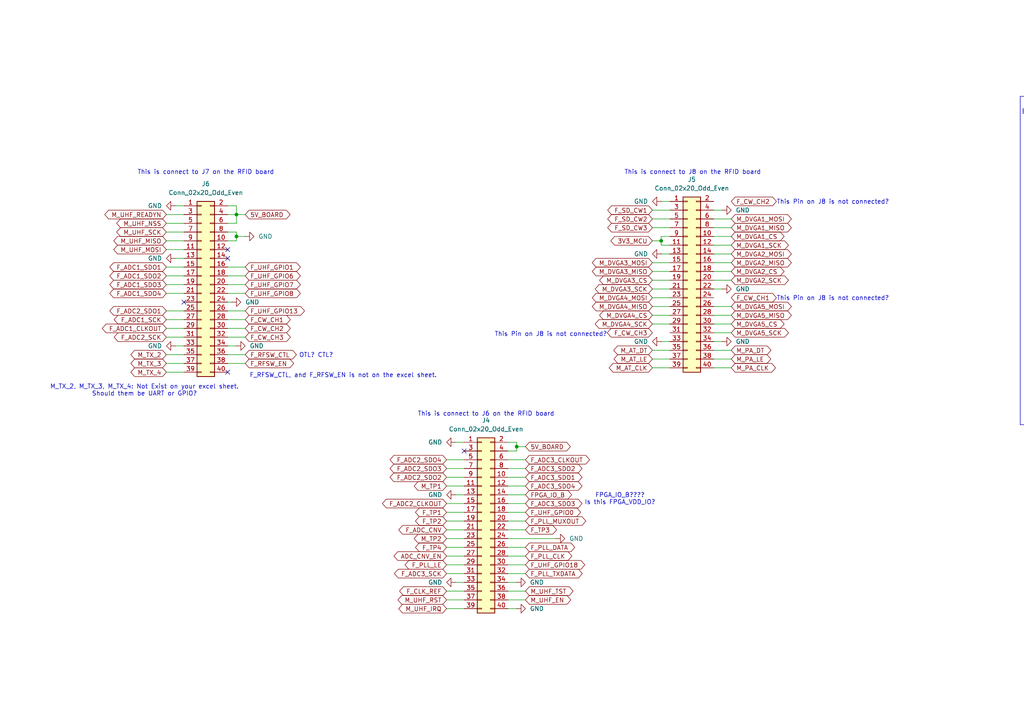
<source format=kicad_sch>
(kicad_sch (version 20231120) (generator "eeschema") (generator_version "8.0")
  (paper "A4")
  (lib_symbols
    (symbol "Connector_Generic:Conn_02x20_Odd_Even" (pin_names (offset 1.016) hide)
      (property "Reference" "J" (at 1.27 25.4 0))
      (property "Value" "Conn_02x20_Odd_Even" (at 1.27 -27.94 0))
      (symbol "Conn_02x20_Odd_Even_1_1"
        (rectangle (start -1.27 -25.273) (end 0 -25.527) (stroke (width 0.1524)))
        (rectangle (start -1.27 -22.733) (end 0 -22.987) (stroke (width 0.1524)))
        (rectangle (start -1.27 -20.193) (end 0 -20.447) (stroke (width 0.1524)))
        (rectangle (start -1.27 -17.653) (end 0 -17.907) (stroke (width 0.1524)))
        (rectangle (start -1.27 -15.113) (end 0 -15.367) (stroke (width 0.1524)))
        (rectangle (start -1.27 -12.573) (end 0 -12.827) (stroke (width 0.1524)))
        (rectangle (start -1.27 -10.033) (end 0 -10.287) (stroke (width 0.1524)))
        (rectangle (start -1.27 -7.493) (end 0 -7.747) (stroke (width 0.1524)))
        (rectangle (start -1.27 -4.953) (end 0 -5.207) (stroke (width 0.1524)))
        (rectangle (start -1.27 -2.413) (end 0 -2.667) (stroke (width 0.1524)))
        (rectangle (start -1.27 0.127) (end 0 -0.127) (stroke (width 0.1524)))
        (rectangle (start -1.27 2.667) (end 0 2.413) (stroke (width 0.1524)))
        (rectangle (start -1.27 5.207) (end 0 4.953) (stroke (width 0.1524)))
        (rectangle (start -1.27 7.747) (end 0 7.493) (stroke (width 0.1524)))
        (rectangle (start -1.27 10.287) (end 0 10.033) (stroke (width 0.1524)))
        (rectangle (start -1.27 12.827) (end 0 12.573) (stroke (width 0.1524)))
        (rectangle (start -1.27 15.367) (end 0 15.113) (stroke (width 0.1524)))
        (rectangle (start -1.27 17.907) (end 0 17.653) (stroke (width 0.1524)))
        (rectangle (start -1.27 20.447) (end 0 20.193) (stroke (width 0.1524)))
        (rectangle (start -1.27 22.987) (end 0 22.733) (stroke (width 0.1524)))
        (rectangle (start -1.27 24.13) (end 3.81 -26.67) (stroke (width 0.254)) (fill (type background)))
        (rectangle (start 3.81 -25.273) (end 2.54 -25.527) (stroke (width 0.1524)))
        (rectangle (start 3.81 -22.733) (end 2.54 -22.987) (stroke (width 0.1524)))
        (rectangle (start 3.81 -20.193) (end 2.54 -20.447) (stroke (width 0.1524)))
        (rectangle (start 3.81 -17.653) (end 2.54 -17.907) (stroke (width 0.1524)))
        (rectangle (start 3.81 -15.113) (end 2.54 -15.367) (stroke (width 0.1524)))
        (rectangle (start 3.81 -12.573) (end 2.54 -12.827) (stroke (width 0.1524)))
        (rectangle (start 3.81 -10.033) (end 2.54 -10.287) (stroke (width 0.1524)))
        (rectangle (start 3.81 -7.493) (end 2.54 -7.747) (stroke (width 0.1524)))
        (rectangle (start 3.81 -4.953) (end 2.54 -5.207) (stroke (width 0.1524)))
        (rectangle (start 3.81 -2.413) (end 2.54 -2.667) (stroke (width 0.1524)))
        (rectangle (start 3.81 0.127) (end 2.54 -0.127) (stroke (width 0.1524)))
        (rectangle (start 3.81 2.667) (end 2.54 2.413) (stroke (width 0.1524)))
        (rectangle (start 3.81 5.207) (end 2.54 4.953) (stroke (width 0.1524)))
        (rectangle (start 3.81 7.747) (end 2.54 7.493) (stroke (width 0.1524)))
        (rectangle (start 3.81 10.287) (end 2.54 10.033) (stroke (width 0.1524)))
        (rectangle (start 3.81 12.827) (end 2.54 12.573) (stroke (width 0.1524)))
        (rectangle (start 3.81 15.367) (end 2.54 15.113) (stroke (width 0.1524)))
        (rectangle (start 3.81 17.907) (end 2.54 17.653) (stroke (width 0.1524)))
        (rectangle (start 3.81 20.447) (end 2.54 20.193) (stroke (width 0.1524)))
        (rectangle (start 3.81 22.987) (end 2.54 22.733) (stroke (width 0.1524)))
        (pin passive line (at -5.08 22.86 0) (length 3.81) (name "Pin_1") (number "1"))
        (pin passive line (at 7.62 12.7 180) (length 3.81) (name "Pin_10") (number "10"))
        (pin passive line (at -5.08 10.16 0) (length 3.81) (name "Pin_11") (number "11"))
        (pin passive line (at 7.62 10.16 180) (length 3.81) (name "Pin_12") (number "12"))
        (pin passive line (at -5.08 7.62 0) (length 3.81) (name "Pin_13") (number "13"))
        (pin passive line (at 7.62 7.62 180) (length 3.81) (name "Pin_14") (number "14"))
        (pin passive line (at -5.08 5.08 0) (length 3.81) (name "Pin_15") (number "15"))
        (pin passive line (at 7.62 5.08 180) (length 3.81) (name "Pin_16") (number "16"))
        (pin passive line (at -5.08 2.54 0) (length 3.81) (name "Pin_17") (number "17"))
        (pin passive line (at 7.62 2.54 180) (length 3.81) (name "Pin_18") (number "18"))
        (pin passive line (at -5.08 0 0) (length 3.81) (name "Pin_19") (number "19"))
        (pin passive line (at 7.62 22.86 180) (length 3.81) (name "Pin_2") (number "2"))
        (pin passive line (at 7.62 0 180) (length 3.81) (name "Pin_20") (number "20"))
        (pin passive line (at -5.08 -2.54 0) (length 3.81) (name "Pin_21") (number "21"))
        (pin passive line (at 7.62 -2.54 180) (length 3.81) (name "Pin_22") (number "22"))
        (pin passive line (at -5.08 -5.08 0) (length 3.81) (name "Pin_23") (number "23"))
        (pin passive line (at 7.62 -5.08 180) (length 3.81) (name "Pin_24") (number "24"))
        (pin passive line (at -5.08 -7.62 0) (length 3.81) (name "Pin_25") (number "25"))
        (pin passive line (at 7.62 -7.62 180) (length 3.81) (name "Pin_26") (number "26"))
        (pin passive line (at -5.08 -10.16 0) (length 3.81) (name "Pin_27") (number "27"))
        (pin passive line (at 7.62 -10.16 180) (length 3.81) (name "Pin_28") (number "28"))
        (pin passive line (at -5.08 -12.7 0) (length 3.81) (name "Pin_29") (number "29"))
        (pin passive line (at -5.08 20.32 0) (length 3.81) (name "Pin_3") (number "3"))
        (pin passive line (at 7.62 -12.7 180) (length 3.81) (name "Pin_30") (number "30"))
        (pin passive line (at -5.08 -15.24 0) (length 3.81) (name "Pin_31") (number "31"))
        (pin passive line (at 7.62 -15.24 180) (length 3.81) (name "Pin_32") (number "32"))
        (pin passive line (at -5.08 -17.78 0) (length 3.81) (name "Pin_33") (number "33"))
        (pin passive line (at 7.62 -17.78 180) (length 3.81) (name "Pin_34") (number "34"))
        (pin passive line (at -5.08 -20.32 0) (length 3.81) (name "Pin_35") (number "35"))
        (pin passive line (at 7.62 -20.32 180) (length 3.81) (name "Pin_36") (number "36"))
        (pin passive line (at -5.08 -22.86 0) (length 3.81) (name "Pin_37") (number "37"))
        (pin passive line (at 7.62 -22.86 180) (length 3.81) (name "Pin_38") (number "38"))
        (pin passive line (at -5.08 -25.4 0) (length 3.81) (name "Pin_39") (number "39"))
        (pin passive line (at 7.62 20.32 180) (length 3.81) (name "Pin_4") (number "4"))
        (pin passive line (at 7.62 -25.4 180) (length 3.81) (name "Pin_40") (number "40"))
        (pin passive line (at -5.08 17.78 0) (length 3.81) (name "Pin_5") (number "5"))
        (pin passive line (at 7.62 17.78 180) (length 3.81) (name "Pin_6") (number "6"))
        (pin passive line (at -5.08 15.24 0) (length 3.81) (name "Pin_7") (number "7"))
        (pin passive line (at 7.62 15.24 180) (length 3.81) (name "Pin_8") (number "8"))
        (pin passive line (at -5.08 12.7 0) (length 3.81) (name "Pin_9") (number "9"))
      )
    )
    (symbol "power:GND" (power) (pin_numbers hide) (pin_names (offset 0) hide)
      (property "Value" "GND" (at 0 -3.81 0))
      (symbol "GND_0_1"
        (polyline (pts (xy 0 0) (xy 0 -1.27) (xy 1.27 -1.27) (xy 0 -2.54) (xy -1.27 -1.27) (xy 0 -1.27)))
      )
      (symbol "GND_1_1"
        (pin power_in line (at 0 0 270) (length 0) (name "~") (number "1"))
      )
    )
  )
  (junction (at 68.58 68.58))
  (junction (at 68.58 62.23))
  (junction (at 191.77 69.85))
  (junction (at 149.86 129.54))
  (no_connect (at 53.34 87.63))
  (no_connect (at 134.62 130.81))
  (no_connect (at 66.04 74.93))
  (no_connect (at 66.04 72.39))
  (no_connect (at 66.04 107.95))
  (wire (pts (xy 129.54 140.97) (xy 134.62 140.97)))
  (wire (pts (xy 48.26 102.87) (xy 53.34 102.87)))
  (wire (pts (xy 207.01 104.14) (xy 212.09 104.14)))
  (wire (pts (xy 149.86 129.54) (xy 149.86 130.81)))
  (wire (pts (xy 132.08 143.51) (xy 134.62 143.51)))
  (wire (pts (xy 207.01 78.74) (xy 212.09 78.74)))
  (wire (pts (xy 147.32 128.27) (xy 149.86 128.27)))
  (wire (pts (xy 66.04 97.79) (xy 71.12 97.79)))
  (wire (pts (xy 147.32 143.51) (xy 152.4 143.51)))
  (wire (pts (xy 129.54 158.75) (xy 134.62 158.75)))
  (wire (pts (xy 189.23 86.36) (xy 194.31 86.36)))
  (wire (pts (xy 66.04 85.09) (xy 71.12 85.09)))
  (wire (pts (xy 129.54 173.99) (xy 134.62 173.99)))
  (wire (pts (xy 48.26 95.25) (xy 53.34 95.25)))
  (wire (pts (xy 132.08 168.91) (xy 134.62 168.91)))
  (wire (pts (xy 147.32 146.05) (xy 152.4 146.05)))
  (wire (pts (xy 149.86 129.54) (xy 152.4 129.54)))
  (wire (pts (xy 189.23 106.68) (xy 194.31 106.68)))
  (wire (pts (xy 189.23 63.5) (xy 194.31 63.5)))
  (wire (pts (xy 48.26 82.55) (xy 53.34 82.55)))
  (wire (pts (xy 48.26 80.01) (xy 53.34 80.01)))
  (wire (pts (xy 129.54 163.83) (xy 134.62 163.83)))
  (wire (pts (xy 48.26 64.77) (xy 53.34 64.77)))
  (wire (pts (xy 50.8 74.93) (xy 53.34 74.93)))
  (wire (pts (xy 68.58 68.58) (xy 68.58 69.85)))
  (wire (pts (xy 129.54 146.05) (xy 134.62 146.05)))
  (wire (pts (xy 129.54 161.29) (xy 134.62 161.29)))
  (wire (pts (xy 129.54 153.67) (xy 134.62 153.67)))
  (wire (pts (xy 48.26 69.85) (xy 53.34 69.85)))
  (wire (pts (xy 191.77 58.42) (xy 194.31 58.42)))
  (wire (pts (xy 149.86 129.54) (xy 149.86 128.27)))
  (wire (pts (xy 50.8 59.69) (xy 53.34 59.69)))
  (wire (pts (xy 48.26 92.71) (xy 53.34 92.71)))
  (wire (pts (xy 147.32 176.53) (xy 149.86 176.53)))
  (wire (pts (xy 66.04 102.87) (xy 71.12 102.87)))
  (wire (pts (xy 48.26 107.95) (xy 53.34 107.95)))
  (wire (pts (xy 129.54 176.53) (xy 134.62 176.53)))
  (wire (pts (xy 48.26 77.47) (xy 53.34 77.47)))
  (wire (pts (xy 66.04 80.01) (xy 71.12 80.01)))
  (wire (pts (xy 207.01 63.5) (xy 212.09 63.5)))
  (wire (pts (xy 66.04 64.77) (xy 68.58 64.77)))
  (wire (pts (xy 207.01 76.2) (xy 212.09 76.2)))
  (wire (pts (xy 48.26 85.09) (xy 53.34 85.09)))
  (wire (pts (xy 66.04 67.31) (xy 68.58 67.31)))
  (wire (pts (xy 189.23 88.9) (xy 194.31 88.9)))
  (wire (pts (xy 191.77 99.06) (xy 194.31 99.06)))
  (wire (pts (xy 207.01 101.6) (xy 212.09 101.6)))
  (wire (pts (xy 147.32 158.75) (xy 152.4 158.75)))
  (wire (pts (xy 66.04 105.41) (xy 71.12 105.41)))
  (wire (pts (xy 189.23 104.14) (xy 194.31 104.14)))
  (wire (pts (xy 147.32 140.97) (xy 152.4 140.97)))
  (wire (pts (xy 207.01 88.9) (xy 212.09 88.9)))
  (wire (pts (xy 66.04 62.23) (xy 68.58 62.23)))
  (wire (pts (xy 48.26 72.39) (xy 53.34 72.39)))
  (wire (pts (xy 189.23 76.2) (xy 194.31 76.2)))
  (wire (pts (xy 191.77 71.12) (xy 194.31 71.12)))
  (wire (pts (xy 129.54 135.89) (xy 134.62 135.89)))
  (wire (pts (xy 129.54 171.45) (xy 134.62 171.45)))
  (wire (pts (xy 66.04 90.17) (xy 71.12 90.17)))
  (wire (pts (xy 68.58 67.31) (xy 68.58 68.58)))
  (wire (pts (xy 207.01 60.96) (xy 209.55 60.96)))
  (wire (pts (xy 189.23 101.6) (xy 194.31 101.6)))
  (wire (pts (xy 189.23 83.82) (xy 194.31 83.82)))
  (wire (pts (xy 207.01 73.66) (xy 212.09 73.66)))
  (wire (pts (xy 147.32 148.59) (xy 152.4 148.59)))
  (wire (pts (xy 147.32 151.13) (xy 152.4 151.13)))
  (wire (pts (xy 66.04 92.71) (xy 71.12 92.71)))
  (wire (pts (xy 194.31 68.58) (xy 191.77 68.58)))
  (wire (pts (xy 68.58 62.23) (xy 68.58 64.77)))
  (wire (pts (xy 129.54 148.59) (xy 134.62 148.59)))
  (wire (pts (xy 66.04 59.69) (xy 68.58 59.69)))
  (wire (pts (xy 207.01 99.06) (xy 209.55 99.06)))
  (wire (pts (xy 66.04 82.55) (xy 71.12 82.55)))
  (wire (pts (xy 129.54 156.21) (xy 134.62 156.21)))
  (wire (pts (xy 129.54 151.13) (xy 134.62 151.13)))
  (wire (pts (xy 189.23 66.04) (xy 194.31 66.04)))
  (wire (pts (xy 147.32 133.35) (xy 152.4 133.35)))
  (wire (pts (xy 189.23 78.74) (xy 194.31 78.74)))
  (wire (pts (xy 207.01 68.58) (xy 212.09 68.58)))
  (wire (pts (xy 147.32 168.91) (xy 149.86 168.91)))
  (wire (pts (xy 189.23 81.28) (xy 194.31 81.28)))
  (wire (pts (xy 189.23 91.44) (xy 194.31 91.44)))
  (wire (pts (xy 207.01 93.98) (xy 212.09 93.98)))
  (wire (pts (xy 207.01 83.82) (xy 209.55 83.82)))
  (wire (pts (xy 48.26 105.41) (xy 53.34 105.41)))
  (wire (pts (xy 207.01 91.44) (xy 212.09 91.44)))
  (wire (pts (xy 147.32 130.81) (xy 149.86 130.81)))
  (wire (pts (xy 48.26 97.79) (xy 53.34 97.79)))
  (wire (pts (xy 66.04 77.47) (xy 71.12 77.47)))
  (wire (pts (xy 191.77 68.58) (xy 191.77 69.85)))
  (wire (pts (xy 66.04 100.33) (xy 68.58 100.33)))
  (wire (pts (xy 147.32 156.21) (xy 161.29 156.21)))
  (wire (pts (xy 50.8 100.33) (xy 53.34 100.33)))
  (wire (pts (xy 207.01 71.12) (xy 212.09 71.12)))
  (wire (pts (xy 207.01 106.68) (xy 212.09 106.68)))
  (wire (pts (xy 129.54 133.35) (xy 134.62 133.35)))
  (wire (pts (xy 147.32 161.29) (xy 152.4 161.29)))
  (wire (pts (xy 129.54 166.37) (xy 134.62 166.37)))
  (wire (pts (xy 129.54 138.43) (xy 134.62 138.43)))
  (wire (pts (xy 147.32 163.83) (xy 152.4 163.83)))
  (wire (pts (xy 132.08 128.27) (xy 134.62 128.27)))
  (wire (pts (xy 68.58 62.23) (xy 68.58 59.69)))
  (wire (pts (xy 189.23 69.85) (xy 191.77 69.85)))
  (wire (pts (xy 189.23 93.98) (xy 194.31 93.98)))
  (wire (pts (xy 191.77 73.66) (xy 194.31 73.66)))
  (wire (pts (xy 68.58 68.58) (xy 71.12 68.58)))
  (wire (pts (xy 66.04 95.25) (xy 71.12 95.25)))
  (wire (pts (xy 207.01 81.28) (xy 212.09 81.28)))
  (wire (pts (xy 147.32 173.99) (xy 152.4 173.99)))
  (wire (pts (xy 147.32 153.67) (xy 152.4 153.67)))
  (wire (pts (xy 147.32 171.45) (xy 152.4 171.45)))
  (wire (pts (xy 207.01 96.52) (xy 212.09 96.52)))
  (wire (pts (xy 68.58 62.23) (xy 71.12 62.23)))
  (wire (pts (xy 66.04 87.63) (xy 67.31 87.63)))
  (wire (pts (xy 48.26 62.23) (xy 53.34 62.23)))
  (wire (pts (xy 48.26 90.17) (xy 53.34 90.17)))
  (wire (pts (xy 191.77 69.85) (xy 191.77 71.12)))
  (wire (pts (xy 48.26 67.31) (xy 53.34 67.31)))
  (wire (pts (xy 147.32 135.89) (xy 152.4 135.89)))
  (wire (pts (xy 207.01 66.04) (xy 212.09 66.04)))
  (wire (pts (xy 66.04 69.85) (xy 68.58 69.85)))
  (wire (pts (xy 189.23 60.96) (xy 194.31 60.96)))
  (wire (pts (xy 147.32 166.37) (xy 152.4 166.37)))
  (wire (pts (xy 147.32 138.43) (xy 152.4 138.43)))
  (rectangle (start 295.91 27.94) (end 381 123.19))
  (text "This Pin on J8 is not connected?" (at 241.554 86.614 0) (effects (font (size 1.27 1.27))))
  (text "This Pin on J8 is not connected?" (at 159.766 97.028 0) (effects (font (size 1.27 1.27))))
  (text "OTL? CTL?" (at 91.694 103.124 0) (effects (font (size 1.27 1.27))))
  (text "SPI4\nPE11\nPE12\nPE13\nPE14" (at 310.388 87.884 0) (effects (font (size 1.27 1.27))))
  (text "This is connect to J6 on the RFID board" (at 140.97 120.142 0) (effects (font (size 1.27 1.27))))
  (text "SPI6\nPA4 NSS\nPA5 SCK\nPA6 MISO\nPA7 MOSI" (at 306.07 114.046 0) (effects (font (size 1.27 1.27))))
  (text "This is connect to J7 on the RFID board" (at 59.69 50.038 0) (effects (font (size 1.27 1.27))))
  (text "SPI1\nPB4\nPB5\nPG10\nPG11" (at 309.372 44.45 0) (effects (font (size 1.27 1.27))))
  (text "M_TX_2, M_TX_3, M_TX_4: Not Exist on your excel sheet.\nShould them be UART or GPIO?" (at 41.91 113.284 0) (effects (font (size 1.27 1.27))))
  (text "SPI5\nPJ10\nPJ11\nPK0\nPK1" (at 309.88 102.87 0) (effects (font (size 1.27 1.27))))
  (text "SPI3\nPA15\nPB3\nPC11\nPD6" (at 309.118 73.914 0) (effects (font (size 1.27 1.27))))
  (text "This Pin on J8 is not connected?" (at 241.554 58.674 0) (effects (font (size 1.27 1.27))))
  (text "SPI2\nPI0\nPI1\nPI2\nPI3" (at 310.134 57.404 0) (effects (font (size 1.27 1.27))))
  (text "Below are just notes of which group of pins are connected to which hardware SPI." (at 337.058 32.512 0) (effects (font (size 1.27 1.27))))
  (text "This is connect to J8 on the RFID board" (at 200.914 50.038 0) (effects (font (size 1.27 1.27))))
  (text "FPGA_IO_B????\nIs this FPGA_VDD_IO?" (at 179.832 144.78 0) (effects (font (size 1.27 1.27))))
  (text "F_RFSW_CTL, and F_RFSW_EN is not on the excel sheet." (at 99.568 108.966 0) (effects (font (size 1.27 1.27))))
  (global_label "F_ADC1_CLKOUT" (shape bidirectional) (at 48.26 95.25 180) (property "Intersheetrefs" "${INTERSHEET_REFS}" (effects (hide yes))))
  (global_label "M_DVGA1_MOSI" (shape bidirectional) (at 212.09 63.5 0) (property "Intersheetrefs" "${INTERSHEET_REFS}" (effects (hide yes))))
  (global_label "M_DVGA4_CS" (shape bidirectional) (at 314.96 85.09 0) (property "Intersheetrefs" "${INTERSHEET_REFS}" (effects (hide yes))))
  (global_label "F_ADC3_SCK" (shape bidirectional) (at 129.54 166.37 180) (property "Intersheetrefs" "${INTERSHEET_REFS}" (effects (hide yes))))
  (global_label "F_ADC_CNV" (shape bidirectional) (at 129.54 153.67 180) (property "Intersheetrefs" "${INTERSHEET_REFS}" (effects (hide yes))))
  (global_label "M_UHF_MOSI" (shape bidirectional) (at 314.96 118.11 0) (property "Intersheetrefs" "${INTERSHEET_REFS}" (effects (hide yes))))
  (global_label "M_DVGA3_MOSI" (shape bidirectional) (at 314.96 78.74 0) (property "Intersheetrefs" "${INTERSHEET_REFS}" (effects (hide yes))))
  (global_label "F_PLL_TXDATA" (shape bidirectional) (at 152.4 166.37 0) (property "Intersheetrefs" "${INTERSHEET_REFS}" (effects (hide yes))))
  (global_label "M_UHF_SCK" (shape bidirectional) (at 314.96 113.03 0) (property "Intersheetrefs" "${INTERSHEET_REFS}" (effects (hide yes))))
  (global_label "F_UHF_GPIO0" (shape bidirectional) (at 152.4 148.59 0) (property "Intersheetrefs" "${INTERSHEET_REFS}" (effects (hide yes))))
  (global_label "M_DVGA5_MISO" (shape bidirectional) (at 212.09 91.44 0) (property "Intersheetrefs" "${INTERSHEET_REFS}" (effects (hide yes))))
  (global_label "F_ADC3_SDO3" (shape bidirectional) (at 152.4 146.05 0) (property "Intersheetrefs" "${INTERSHEET_REFS}" (effects (hide yes))))
  (global_label "M_UHF_NSS" (shape bidirectional) (at 314.96 110.49 0) (property "Intersheetrefs" "${INTERSHEET_REFS}" (effects (hide yes))))
  (global_label "F_ADC2_SCK" (shape bidirectional) (at 48.26 97.79 180) (property "Intersheetrefs" "${INTERSHEET_REFS}" (effects (hide yes))))
  (global_label "F_RFSW_CTL" (shape bidirectional) (at 71.12 102.87 0) (property "Intersheetrefs" "${INTERSHEET_REFS}" (effects (hide yes))))
  (global_label "M_TP2" (shape bidirectional) (at 129.54 156.21 180) (property "Intersheetrefs" "${INTERSHEET_REFS}" (effects (hide yes))))
  (global_label "M_PA_CLK" (shape bidirectional) (at 212.09 106.68 0) (property "Intersheetrefs" "${INTERSHEET_REFS}" (effects (hide yes))))
  (global_label "M_DVGA1_MISO" (shape bidirectional) (at 331.47 45.72 180) (property "Intersheetrefs" "${INTERSHEET_REFS}" (effects (hide yes))))
  (global_label "M_DVGA4_CS" (shape bidirectional) (at 189.23 91.44 180) (property "Intersheetrefs" "${INTERSHEET_REFS}" (effects (hide yes))))
  (global_label "M_DVGA2_MISO" (shape bidirectional) (at 314.96 59.69 0) (property "Intersheetrefs" "${INTERSHEET_REFS}" (effects (hide yes))))
  (global_label "3V3_MCU" (shape bidirectional) (at 189.23 69.85 180) (property "Intersheetrefs" "${INTERSHEET_REFS}" (effects (hide yes))))
  (global_label "M_DVGA1_SCK" (shape bidirectional) (at 331.47 43.18 180) (property "Intersheetrefs" "${INTERSHEET_REFS}" (effects (hide yes))))
  (global_label "M_DVGA5_SCK" (shape bidirectional) (at 212.09 96.52 0) (property "Intersheetrefs" "${INTERSHEET_REFS}" (effects (hide yes))))
  (global_label "M_DVGA4_MOSI" (shape bidirectional) (at 314.96 92.71 0) (property "Intersheetrefs" "${INTERSHEET_REFS}" (effects (hide yes))))
  (global_label "M_DVGA2_CS" (shape bidirectional) (at 212.09 78.74 0) (property "Intersheetrefs" "${INTERSHEET_REFS}" (effects (hide yes))))
  (global_label "M_UHF_MOSI" (shape bidirectional) (at 48.26 72.39 180) (property "Intersheetrefs" "${INTERSHEET_REFS}" (effects (hide yes))))
  (global_label "M_DVGA2_MOSI" (shape bidirectional) (at 212.09 73.66 0) (property "Intersheetrefs" "${INTERSHEET_REFS}" (effects (hide yes))))
  (global_label "M_TX_2" (shape bidirectional) (at 48.26 102.87 180) (property "Intersheetrefs" "${INTERSHEET_REFS}" (effects (hide yes))))
  (global_label "M_DVGA3_CS" (shape bidirectional) (at 314.96 71.12 0) (property "Intersheetrefs" "${INTERSHEET_REFS}" (effects (hide yes))))
  (global_label "F_ADC3_SDO2" (shape bidirectional) (at 152.4 135.89 0) (property "Intersheetrefs" "${INTERSHEET_REFS}" (effects (hide yes))))
  (global_label "F_ADC2_SDO1" (shape bidirectional) (at 48.26 90.17 180) (property "Intersheetrefs" "${INTERSHEET_REFS}" (effects (hide yes))))
  (global_label "M_DVGA1_CS" (shape bidirectional) (at 212.09 68.58 0) (property "Intersheetrefs" "${INTERSHEET_REFS}" (effects (hide yes))))
  (global_label "F_TP2" (shape bidirectional) (at 129.54 151.13 180) (property "Intersheetrefs" "${INTERSHEET_REFS}" (effects (hide yes))))
  (global_label "M_UHF_NSS" (shape bidirectional) (at 48.26 64.77 180) (property "Intersheetrefs" "${INTERSHEET_REFS}" (effects (hide yes))))
  (global_label "F_CW_CH3" (shape bidirectional) (at 71.12 97.79 0) (property "Intersheetrefs" "${INTERSHEET_REFS}" (effects (hide yes))))
  (global_label "5V_BOARD" (shape bidirectional) (at 71.12 62.23 0) (property "Intersheetrefs" "${INTERSHEET_REFS}" (effects (hide yes))))
  (global_label "F_TP3" (shape bidirectional) (at 152.4 153.67 0) (property "Intersheetrefs" "${INTERSHEET_REFS}" (effects (hide yes))))
  (global_label "F_CW_CH1" (shape bidirectional) (at 71.12 92.71 0) (property "Intersheetrefs" "${INTERSHEET_REFS}" (effects (hide yes))))
  (global_label "F_ADC3_CLKOUT" (shape bidirectional) (at 152.4 133.35 0) (property "Intersheetrefs" "${INTERSHEET_REFS}" (effects (hide yes))))
  (global_label "M_AT_DT" (shape bidirectional) (at 189.23 101.6 180) (property "Intersheetrefs" "${INTERSHEET_REFS}" (effects (hide yes))))
  (global_label "F_UHF_GPIO7" (shape bidirectional) (at 71.12 82.55 0) (property "Intersheetrefs" "${INTERSHEET_REFS}" (effects (hide yes))))
  (global_label "FPGA_IO_B" (shape bidirectional) (at 152.4 143.51 0) (property "Intersheetrefs" "${INTERSHEET_REFS}" (effects (hide yes))))
  (global_label "F_SD_CW2" (shape bidirectional) (at 189.23 63.5 180) (property "Intersheetrefs" "${INTERSHEET_REFS}" (effects (hide yes))))
  (global_label "M_DVGA4_MISO" (shape bidirectional) (at 189.23 88.9 180) (property "Intersheetrefs" "${INTERSHEET_REFS}" (effects (hide yes))))
  (global_label "M_DVGA2_MISO" (shape bidirectional) (at 212.09 76.2 0) (property "Intersheetrefs" "${INTERSHEET_REFS}" (effects (hide yes))))
  (global_label "F_SD_CW3" (shape bidirectional) (at 189.23 66.04 180) (property "Intersheetrefs" "${INTERSHEET_REFS}" (effects (hide yes))))
  (global_label "M_TP1" (shape bidirectional) (at 129.54 140.97 180) (property "Intersheetrefs" "${INTERSHEET_REFS}" (effects (hide yes))))
  (global_label "M_UHF_SCK" (shape bidirectional) (at 48.26 67.31 180) (property "Intersheetrefs" "${INTERSHEET_REFS}" (effects (hide yes))))
  (global_label "F_TP1" (shape bidirectional) (at 129.54 148.59 180) (property "Intersheetrefs" "${INTERSHEET_REFS}" (effects (hide yes))))
  (global_label "M_DVGA3_MOSI" (shape bidirectional) (at 189.23 76.2 180) (property "Intersheetrefs" "${INTERSHEET_REFS}" (effects (hide yes))))
  (global_label "M_DVGA1_SCK" (shape bidirectional) (at 212.09 71.12 0) (property "Intersheetrefs" "${INTERSHEET_REFS}" (effects (hide yes))))
  (global_label "F_ADC3_SDO1" (shape bidirectional) (at 152.4 138.43 0) (property "Intersheetrefs" "${INTERSHEET_REFS}" (effects (hide yes))))
  (global_label "M_DVGA2_CS" (shape bidirectional) (at 314.96 54.61 0) (property "Intersheetrefs" "${INTERSHEET_REFS}" (effects (hide yes))))
  (global_label "F_UHF_GPIO1" (shape bidirectional) (at 71.12 77.47 0) (property "Intersheetrefs" "${INTERSHEET_REFS}" (effects (hide yes))))
  (global_label "F_CW_CH3" (shape bidirectional) (at 189.23 96.52 180) (property "Intersheetrefs" "${INTERSHEET_REFS}" (effects (hide yes))))
  (global_label "F_ADC1_SDO4" (shape bidirectional) (at 48.26 85.09 180) (property "Intersheetrefs" "${INTERSHEET_REFS}" (effects (hide yes))))
  (global_label "M_DVGA5_MISO" (shape bidirectional) (at 314.96 101.6 0) (property "Intersheetrefs" "${INTERSHEET_REFS}" (effects (hide yes))))
  (global_label "ADC_CNV_EN" (shape bidirectional) (at 129.54 161.29 180) (property "Intersheetrefs" "${INTERSHEET_REFS}" (effects (hide yes))))
  (global_label "M_UHF_MISO" (shape bidirectional) (at 314.96 115.57 0) (property "Intersheetrefs" "${INTERSHEET_REFS}" (effects (hide yes))))
  (global_label "F_CW_CH1" (shape bidirectional) (at 212.09 86.36 0) (property "Intersheetrefs" "${INTERSHEET_REFS}" (effects (hide yes))))
  (global_label "M_AT_LE" (shape bidirectional) (at 189.23 104.14 180) (property "Intersheetrefs" "${INTERSHEET_REFS}" (effects (hide yes))))
  (global_label "M_PA_DT" (shape bidirectional) (at 212.09 101.6 0) (property "Intersheetrefs" "${INTERSHEET_REFS}" (effects (hide yes))))
  (global_label "F_UHF_GPIO8" (shape bidirectional) (at 71.12 85.09 0) (property "Intersheetrefs" "${INTERSHEET_REFS}" (effects (hide yes))))
  (global_label "M_DVGA3_SCK" (shape bidirectional) (at 314.96 73.66 0) (property "Intersheetrefs" "${INTERSHEET_REFS}" (effects (hide yes))))
  (global_label "M_DVGA5_MOSI" (shape bidirectional) (at 314.96 99.06 0) (property "Intersheetrefs" "${INTERSHEET_REFS}" (effects (hide yes))))
  (global_label "M_DVGA3_CS" (shape bidirectional) (at 189.23 81.28 180) (property "Intersheetrefs" "${INTERSHEET_REFS}" (effects (hide yes))))
  (global_label "M_DVGA2_SCK" (shape bidirectional) (at 212.09 81.28 0) (property "Intersheetrefs" "${INTERSHEET_REFS}" (effects (hide yes))))
  (global_label "M_DVGA1_MOSI" (shape bidirectional) (at 331.47 48.26 180) (property "Intersheetrefs" "${INTERSHEET_REFS}" (effects (hide yes))))
  (global_label "F_ADC1_SDO2" (shape bidirectional) (at 48.26 80.01 180) (property "Intersheetrefs" "${INTERSHEET_REFS}" (effects (hide yes))))
  (global_label "M_DVGA4_SCK" (shape bidirectional) (at 314.96 87.63 0) (property "Intersheetrefs" "${INTERSHEET_REFS}" (effects (hide yes))))
  (global_label "F_PLL_LE" (shape bidirectional) (at 129.54 163.83 180) (property "Intersheetrefs" "${INTERSHEET_REFS}" (effects (hide yes))))
  (global_label "F_CLK_REF" (shape bidirectional) (at 129.54 171.45 180) (property "Intersheetrefs" "${INTERSHEET_REFS}" (effects (hide yes))))
  (global_label "F_TP4" (shape bidirectional) (at 129.54 158.75 180) (property "Intersheetrefs" "${INTERSHEET_REFS}" (effects (hide yes))))
  (global_label "F_CW_CH2" (shape bidirectional) (at 212.09 58.42 0) (property "Intersheetrefs" "${INTERSHEET_REFS}" (effects (hide yes))))
  (global_label "M_UHF_IRQ" (shape bidirectional) (at 129.54 176.53 180) (property "Intersheetrefs" "${INTERSHEET_REFS}" (effects (hide yes))))
  (global_label "F_ADC3_SDO4" (shape bidirectional) (at 152.4 140.97 0) (property "Intersheetrefs" "${INTERSHEET_REFS}" (effects (hide yes))))
  (global_label "M_DVGA3_MISO" (shape bidirectional) (at 314.96 76.2 0) (property "Intersheetrefs" "${INTERSHEET_REFS}" (effects (hide yes))))
  (global_label "F_ADC2_SDO3" (shape bidirectional) (at 129.54 135.89 180) (property "Intersheetrefs" "${INTERSHEET_REFS}" (effects (hide yes))))
  (global_label "F_PLL_MUXOUT" (shape bidirectional) (at 152.4 151.13 0) (property "Intersheetrefs" "${INTERSHEET_REFS}" (effects (hide yes))))
  (global_label "F_RFSW_EN" (shape bidirectional) (at 71.12 105.41 0) (property "Intersheetrefs" "${INTERSHEET_REFS}" (effects (hide yes))))
  (global_label "M_DVGA2_SCK" (shape bidirectional) (at 314.96 57.15 0) (property "Intersheetrefs" "${INTERSHEET_REFS}" (effects (hide yes))))
  (global_label "M_AT_CLK" (shape bidirectional) (at 189.23 106.68 180) (property "Intersheetrefs" "${INTERSHEET_REFS}" (effects (hide yes))))
  (global_label "M_UHF_MISO" (shape bidirectional) (at 48.26 69.85 180) (property "Intersheetrefs" "${INTERSHEET_REFS}" (effects (hide yes))))
  (global_label "F_ADC2_SDO4" (shape bidirectional) (at 129.54 133.35 180) (property "Intersheetrefs" "${INTERSHEET_REFS}" (effects (hide yes))))
  (global_label "5V_BOARD" (shape bidirectional) (at 152.4 129.54 0) (property "Intersheetrefs" "${INTERSHEET_REFS}" (effects (hide yes))))
  (global_label "F_SD_CW1" (shape bidirectional) (at 189.23 60.96 180) (property "Intersheetrefs" "${INTERSHEET_REFS}" (effects (hide yes))))
  (global_label "M_DVGA5_CS" (shape bidirectional) (at 314.96 106.68 0) (property "Intersheetrefs" "${INTERSHEET_REFS}" (effects (hide yes))))
  (global_label "F_UHF_GPIO6" (shape bidirectional) (at 71.12 80.01 0) (property "Intersheetrefs" "${INTERSHEET_REFS}" (effects (hide yes))))
  (global_label "M_DVGA4_MOSI" (shape bidirectional) (at 189.23 86.36 180) (property "Intersheetrefs" "${INTERSHEET_REFS}" (effects (hide yes))))
  (global_label "M_DVGA5_SCK" (shape bidirectional) (at 314.96 104.14 0) (property "Intersheetrefs" "${INTERSHEET_REFS}" (effects (hide yes))))
  (global_label "F_ADC1_SCK" (shape bidirectional) (at 48.26 92.71 180) (property "Intersheetrefs" "${INTERSHEET_REFS}" (effects (hide yes))))
  (global_label "M_TX_4" (shape bidirectional) (at 48.26 107.95 180) (property "Intersheetrefs" "${INTERSHEET_REFS}" (effects (hide yes))))
  (global_label "F_ADC1_SDO3" (shape bidirectional) (at 48.26 82.55 180) (property "Intersheetrefs" "${INTERSHEET_REFS}" (effects (hide yes))))
  (global_label "F_CW_CH2" (shape bidirectional) (at 71.12 95.25 0) (property "Intersheetrefs" "${INTERSHEET_REFS}" (effects (hide yes))))
  (global_label "M_DVGA2_MOSI" (shape bidirectional) (at 314.96 62.23 0) (property "Intersheetrefs" "${INTERSHEET_REFS}" (effects (hide yes))))
  (global_label "M_DVGA3_SCK" (shape bidirectional) (at 189.23 83.82 180) (property "Intersheetrefs" "${INTERSHEET_REFS}" (effects (hide yes))))
  (global_label "M_PA_LE" (shape bidirectional) (at 212.09 104.14 0) (property "Intersheetrefs" "${INTERSHEET_REFS}" (effects (hide yes))))
  (global_label "M_UHF_READYN" (shape bidirectional) (at 48.26 62.23 180) (property "Intersheetrefs" "${INTERSHEET_REFS}" (effects (hide yes))))
  (global_label "F_PLL_DATA" (shape bidirectional) (at 152.4 158.75 0) (property "Intersheetrefs" "${INTERSHEET_REFS}" (effects (hide yes))))
  (global_label "F_UHF_GPIO13" (shape bidirectional) (at 71.12 90.17 0) (property "Intersheetrefs" "${INTERSHEET_REFS}" (effects (hide yes))))
  (global_label "F_UHF_GPIO18" (shape bidirectional) (at 152.4 163.83 0) (property "Intersheetrefs" "${INTERSHEET_REFS}" (effects (hide yes))))
  (global_label "M_DVGA1_MISO" (shape bidirectional) (at 212.09 66.04 0) (property "Intersheetrefs" "${INTERSHEET_REFS}" (effects (hide yes))))
  (global_label "F_ADC1_SDO1" (shape bidirectional) (at 48.26 77.47 180) (property "Intersheetrefs" "${INTERSHEET_REFS}" (effects (hide yes))))
  (global_label "M_UHF_EN" (shape bidirectional) (at 152.4 173.99 0) (property "Intersheetrefs" "${INTERSHEET_REFS}" (effects (hide yes))))
  (global_label "F_ADC2_CLKOUT" (shape bidirectional) (at 129.54 146.05 180) (property "Intersheetrefs" "${INTERSHEET_REFS}" (effects (hide yes))))
  (global_label "M_DVGA5_CS" (shape bidirectional) (at 212.09 93.98 0) (property "Intersheetrefs" "${INTERSHEET_REFS}" (effects (hide yes))))
  (global_label "M_UHF_RST" (shape bidirectional) (at 129.54 173.99 180) (property "Intersheetrefs" "${INTERSHEET_REFS}" (effects (hide yes))))
  (global_label "M_DVGA4_SCK" (shape bidirectional) (at 189.23 93.98 180) (property "Intersheetrefs" "${INTERSHEET_REFS}" (effects (hide yes))))
  (global_label "M_DVGA1_CS" (shape bidirectional) (at 331.47 40.64 180) (property "Intersheetrefs" "${INTERSHEET_REFS}" (effects (hide yes))))
  (global_label "M_DVGA3_MISO" (shape bidirectional) (at 189.23 78.74 180) (property "Intersheetrefs" "${INTERSHEET_REFS}" (effects (hide yes))))
  (global_label "M_DVGA5_MOSI" (shape bidirectional) (at 212.09 88.9 0) (property "Intersheetrefs" "${INTERSHEET_REFS}" (effects (hide yes))))
  (global_label "F_ADC2_SDO2" (shape bidirectional) (at 129.54 138.43 180) (property "Intersheetrefs" "${INTERSHEET_REFS}" (effects (hide yes))))
  (global_label "F_PLL_CLK" (shape bidirectional) (at 152.4 161.29 0) (property "Intersheetrefs" "${INTERSHEET_REFS}" (effects (hide yes))))
  (global_label "M_TX_3" (shape bidirectional) (at 48.26 105.41 180) (property "Intersheetrefs" "${INTERSHEET_REFS}" (effects (hide yes))))
  (global_label "M_DVGA4_MISO" (shape bidirectional) (at 314.96 90.17 0) (property "Intersheetrefs" "${INTERSHEET_REFS}" (effects (hide yes))))
  (global_label "M_UHF_TST" (shape bidirectional) (at 152.4 171.45 0) (property "Intersheetrefs" "${INTERSHEET_REFS}" (effects (hide yes))))
  (symbol (lib_id "power:GND") (at 209.55 99.06 90) (unit 1)
    (property "Reference" "#PWR074" (effects (hide yes)))
    (property "Value" "GND" (at 213.36 99.0599 90) (effects (justify right)))
    (property "Description" "Power symbol creates a global label with name \"GND\" , ground" (effects (hide yes)))
  )
  (symbol (lib_id "power:GND") (at 191.77 58.42 270) (unit 1)
    (property "Reference" "#PWR07" (effects (hide yes)))
    (property "Value" "GND" (at 187.96 58.4199 90) (effects (justify right)))
    (property "Description" "Power symbol creates a global label with name \"GND\" , ground" (effects (hide yes)))
  )
  (symbol (lib_id "power:GND") (at 209.55 83.82 90) (unit 1)
    (property "Reference" "#PWR073" (effects (hide yes)))
    (property "Value" "GND" (at 213.36 83.8199 90) (effects (justify right)))
    (property "Description" "Power symbol creates a global label with name \"GND\" , ground" (effects (hide yes)))
  )
  (symbol (lib_id "Connector_Generic:Conn_02x20_Odd_Even") (at 58.42 82.55 0) (unit 1)
    (property "Reference" "J6" (at 59.69 53.34 0))
    (property "Value" "Conn_02x20_Odd_Even" (at 59.69 55.88 0))
    (property "Footprint" "Connector_PinHeader_2.54mm:PinHeader_2x20_P2.54mm_Vertical" (effects (hide yes)))
    (property "Description" "Generic connector, double row, 02x20, odd/even pin numbering scheme (row 1 odd numbers, row 2 even numbers), script generated (kicad-library-utils/schlib/autogen/connector/)" (effects (hide yes)))
  )
  (symbol (lib_id "power:GND") (at 209.55 60.96 90) (unit 1)
    (property "Reference" "#PWR072" (effects (hide yes)))
    (property "Value" "GND" (at 213.36 60.9599 90) (effects (justify right)))
    (property "Description" "Power symbol creates a global label with name \"GND\" , ground" (effects (hide yes)))
  )
  (symbol (lib_id "power:GND") (at 132.08 168.91 270) (unit 1)
    (property "Reference" "#PWR06" (effects (hide yes)))
    (property "Value" "GND" (at 128.27 168.9099 90) (effects (justify right)))
    (property "Description" "Power symbol creates a global label with name \"GND\" , ground" (effects (hide yes)))
  )
  (symbol (lib_id "power:GND") (at 68.58 100.33 90) (unit 1)
    (property "Reference" "#PWR052" (effects (hide yes)))
    (property "Value" "GND" (at 72.39 100.3299 90) (effects (justify right)))
    (property "Description" "Power symbol creates a global label with name \"GND\" , ground" (effects (hide yes)))
  )
  (symbol (lib_id "power:GND") (at 161.29 156.21 90) (unit 1)
    (property "Reference" "#PWR01" (effects (hide yes)))
    (property "Value" "GND" (at 165.1 156.2099 90) (effects (justify right)))
    (property "Description" "Power symbol creates a global label with name \"GND\" , ground" (effects (hide yes)))
  )
  (symbol (lib_id "power:GND") (at 149.86 168.91 90) (unit 1)
    (property "Reference" "#PWR02" (effects (hide yes)))
    (property "Value" "GND" (at 153.67 168.9099 90) (effects (justify right)))
    (property "Description" "Power symbol creates a global label with name \"GND\" , ground" (effects (hide yes)))
  )
  (symbol (lib_id "power:GND") (at 50.8 59.69 270) (unit 1)
    (property "Reference" "#PWR047" (effects (hide yes)))
    (property "Value" "GND" (at 46.99 59.6899 90) (effects (justify right)))
    (property "Description" "Power symbol creates a global label with name \"GND\" , ground" (effects (hide yes)))
  )
  (symbol (lib_id "power:GND") (at 132.08 128.27 270) (unit 1)
    (property "Reference" "#PWR04" (effects (hide yes)))
    (property "Value" "GND" (at 128.27 128.2699 90) (effects (justify right)))
    (property "Description" "Power symbol creates a global label with name \"GND\" , ground" (effects (hide yes)))
  )
  (symbol (lib_id "power:GND") (at 132.08 143.51 270) (unit 1)
    (property "Reference" "#PWR05" (effects (hide yes)))
    (property "Value" "GND" (at 128.27 143.5099 90) (effects (justify right)))
    (property "Description" "Power symbol creates a global label with name \"GND\" , ground" (effects (hide yes)))
  )
  (symbol (lib_id "power:GND") (at 50.8 100.33 270) (unit 1)
    (property "Reference" "#PWR049" (effects (hide yes)))
    (property "Value" "GND" (at 46.99 100.3299 90) (effects (justify right)))
    (property "Description" "Power symbol creates a global label with name \"GND\" , ground" (effects (hide yes)))
  )
  (symbol (lib_id "power:GND") (at 67.31 87.63 90) (unit 1)
    (property "Reference" "#PWR051" (effects (hide yes)))
    (property "Value" "GND" (at 71.12 87.6299 90) (effects (justify right)))
    (property "Description" "Power symbol creates a global label with name \"GND\" , ground" (effects (hide yes)))
  )
  (symbol (lib_id "power:GND") (at 50.8 74.93 270) (unit 1)
    (property "Reference" "#PWR048" (effects (hide yes)))
    (property "Value" "GND" (at 46.99 74.9299 90) (effects (justify right)))
    (property "Description" "Power symbol creates a global label with name \"GND\" , ground" (effects (hide yes)))
  )
  (symbol (lib_id "power:GND") (at 191.77 99.06 270) (unit 1)
    (property "Reference" "#PWR071" (effects (hide yes)))
    (property "Value" "GND" (at 187.96 99.0599 90) (effects (justify right)))
    (property "Description" "Power symbol creates a global label with name \"GND\" , ground" (effects (hide yes)))
  )
  (symbol (lib_id "Connector_Generic:Conn_02x20_Odd_Even") (at 199.39 81.28 0) (unit 1)
    (property "Reference" "J5" (at 200.66 52.07 0))
    (property "Value" "Conn_02x20_Odd_Even" (at 200.66 54.61 0))
    (property "Footprint" "Connector_PinHeader_2.54mm:PinHeader_2x20_P2.54mm_Vertical" (effects (hide yes)))
    (property "Description" "Generic connector, double row, 02x20, odd/even pin numbering scheme (row 1 odd numbers, row 2 even numbers), script generated (kicad-library-utils/schlib/autogen/connector/)" (effects (hide yes)))
  )
  (symbol (lib_id "power:GND") (at 71.12 68.58 90) (unit 1)
    (property "Reference" "#PWR050" (effects (hide yes)))
    (property "Value" "GND" (at 74.93 68.5799 90) (effects (justify right)))
    (property "Description" "Power symbol creates a global label with name \"GND\" , ground" (effects (hide yes)))
  )
  (symbol (lib_id "Connector_Generic:Conn_02x20_Odd_Even") (at 139.7 151.13 0) (unit 1)
    (property "Reference" "J4" (at 140.97 121.92 0))
    (property "Value" "Conn_02x20_Odd_Even" (at 140.97 124.46 0))
    (property "Footprint" "Connector_PinHeader_2.54mm:PinHeader_2x20_P2.54mm_Vertical" (effects (hide yes)))
    (property "Description" "Generic connector, double row, 02x20, odd/even pin numbering scheme (row 1 odd numbers, row 2 even numbers), script generated (kicad-library-utils/schlib/autogen/connector/)" (effects (hide yes)))
  )
  (symbol (lib_id "power:GND") (at 149.86 176.53 90) (unit 1)
    (property "Reference" "#PWR03" (effects (hide yes)))
    (property "Value" "GND" (at 153.67 176.5299 90) (effects (justify right)))
    (property "Description" "Power symbol creates a global label with name \"GND\" , ground" (effects (hide yes)))
  )
  (symbol (lib_id "power:GND") (at 191.77 73.66 270) (unit 1)
    (property "Reference" "#PWR070" (effects (hide yes)))
    (property "Value" "GND" (at 187.96 73.6599 90) (effects (justify right)))
    (property "Description" "Power symbol creates a global label with name \"GND\" , ground" (effects (hide yes)))
  )
)
</source>
